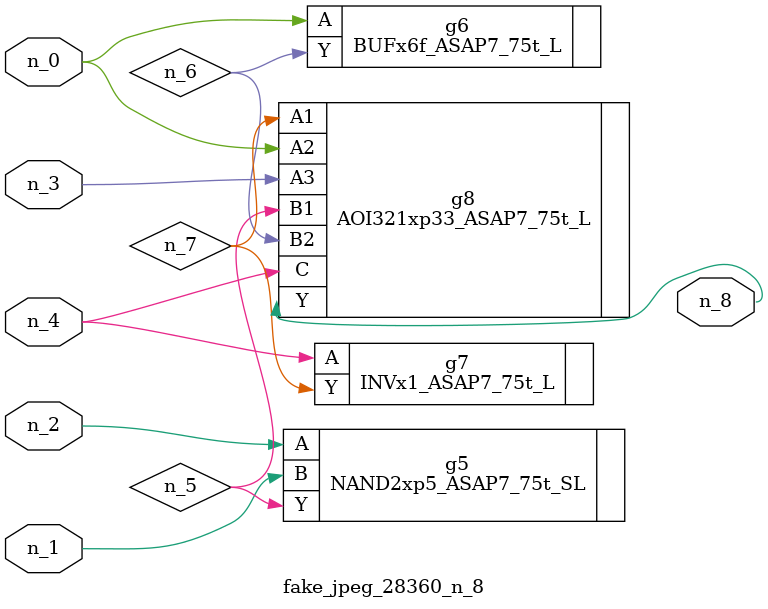
<source format=v>
module fake_jpeg_28360_n_8 (n_3, n_2, n_1, n_0, n_4, n_8);

input n_3;
input n_2;
input n_1;
input n_0;
input n_4;

output n_8;

wire n_6;
wire n_5;
wire n_7;

NAND2xp5_ASAP7_75t_SL g5 ( 
.A(n_2),
.B(n_1),
.Y(n_5)
);

BUFx6f_ASAP7_75t_L g6 ( 
.A(n_0),
.Y(n_6)
);

INVx1_ASAP7_75t_L g7 ( 
.A(n_4),
.Y(n_7)
);

AOI321xp33_ASAP7_75t_L g8 ( 
.A1(n_7),
.A2(n_0),
.A3(n_3),
.B1(n_5),
.B2(n_6),
.C(n_4),
.Y(n_8)
);


endmodule
</source>
